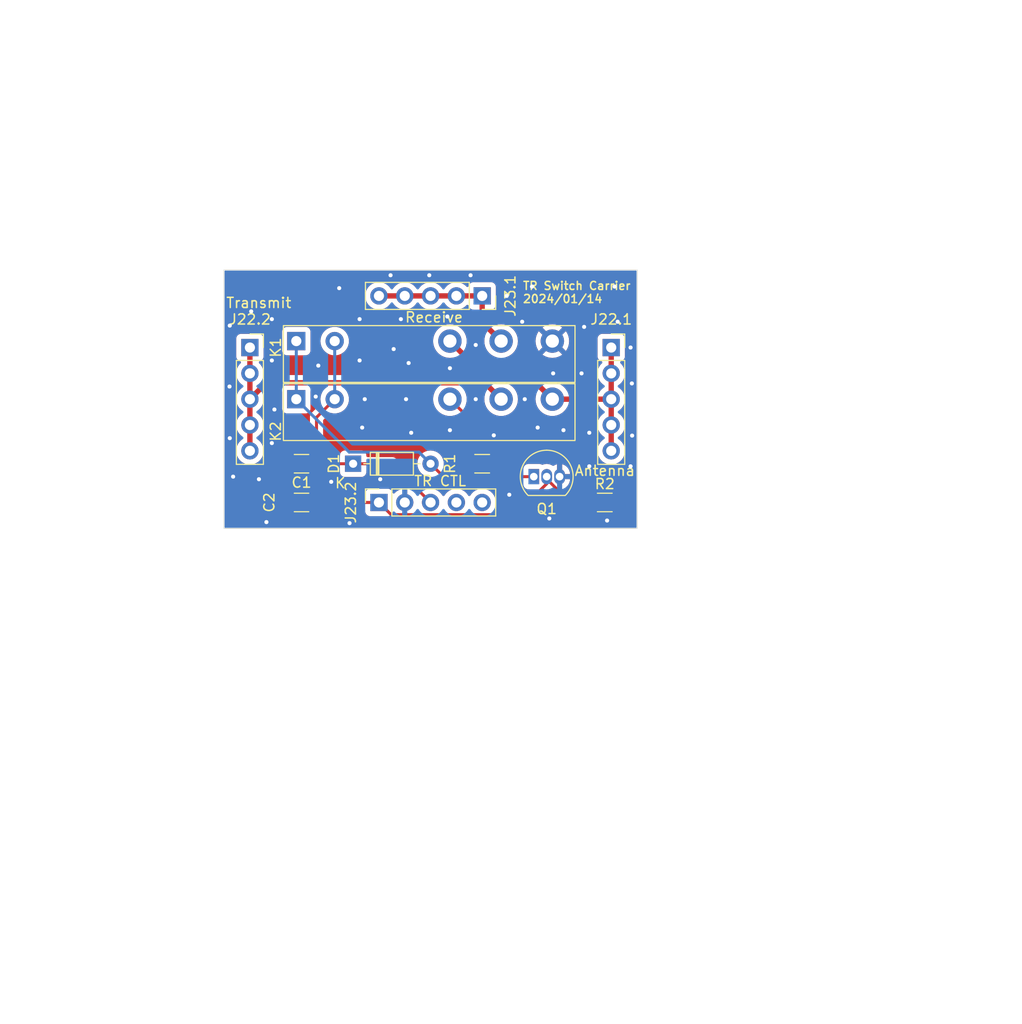
<source format=kicad_pcb>
(kicad_pcb (version 20221018) (generator pcbnew)
  (layers (0 "F.Cu" signal) (1 "In1.Cu" signal) (2 "In2.Cu" signal) (31 "B.Cu" signal) (34 "B.Paste" user) (35 "F.Paste" user) (36 "B.SilkS" user "B.Silkscreen") (37 "F.SilkS" user "F.Silkscreen") (38 "B.Mask" user) (39 "F.Mask" user) (44 "Edge.Cuts" user))
  (net 0 "")
  (net 1 "GND")
  (net 2 "Net-(D1-K)")
  (net 3 "/TX")
  (net 4 "Net-(D1-A)")
  (net 5 "/ANT")
  (net 6 "Net-(J22.2-Pin_1)")
  (net 7 "Net-(J23.1-Pin_1)")
  (net 10 "Net-(K2-Pad12)")
  (footprint "Resistor_SMD:R_1206_3216Metric" (layer "F.Cu") (at 109.22 99.06)
    (fp_text reference "R2" (at 0 -1.82) (layer "F.SilkS"))
    (fp_text value "10k")
    (fp_line (start -0.727064 -0.91) (end 0.727064 -0.91) (stroke (width 0.12)) (layer "F.SilkS"))
    (fp_line (start -0.727064 0.91) (end 0.727064 0.91) (stroke (width 0.12)) (layer "F.SilkS"))
    (pad "1" smd roundrect (at -1.4625 0) (size 1.125 1.75) (layers "F.Cu" "F.Paste" "F.Mask") (roundrect_rratio 0.2222222222) (net 3 "/TX"))
    (pad "2" smd roundrect (at 1.4625 0) (size 1.125 1.75) (layers "F.Cu" "F.Paste" "F.Mask") (roundrect_rratio 0.2222222222) (net 1 "GND"))
  )
  (footprint "Resistor_SMD:R_1206_3216Metric" (layer "F.Cu") (at 97.155 95.25)
    (fp_text reference "R1" (at -3.175 0 90) (layer "F.SilkS"))
    (fp_text value "50R")
    (fp_line (start -0.727064 -0.91) (end 0.727064 -0.91) (stroke (width 0.12)) (layer "F.SilkS"))
    (fp_line (start -0.727064 0.91) (end 0.727064 0.91) (stroke (width 0.12)) (layer "F.SilkS"))
    (pad "1" smd roundrect (at -1.4625 0) (size 1.125 1.75) (layers "F.Cu" "F.Paste" "F.Mask") (roundrect_rratio 0.2222222222) (net 10 "Net-(K2-Pad12)"))
    (pad "2" smd roundrect (at 1.4625 0) (size 1.125 1.75) (layers "F.Cu" "F.Paste" "F.Mask") (roundrect_rratio 0.2222222222) (net 1 "GND"))
  )
  (footprint "T41_Library:Relay_SPDT_HF41F12-ZS" (layer "F.Cu") (at 78.86 88.9)
    (fp_text reference "K2" (at -2.025 3.175 -90) (layer "F.SilkS"))
    (fp_text value "HF41F/12-ZS")
    (fp_rect (start 27.432 -1.524) (end -1.27 4.064) (stroke (width 0.12)) (fill none) (layer "F.SilkS"))
    (pad "11" thru_hole circle (at 20.16 0 90) (size 2.3 2.3) (drill 1.3) (layers "*.Cu" "*.Mask") (net 6 "Net-(J22.2-Pin_1)"))
    (pad "12" thru_hole circle (at 15.12 0 90) (size 2.3 2.3) (drill 1.3) (layers "*.Cu" "*.Mask") (net 10 "Net-(K2-Pad12)"))
    (pad "14" thru_hole circle (at 25.2 0 90) (size 2.3 2.3) (drill 1.3) (layers "*.Cu" "*.Mask") (net 5 "/ANT"))
    (pad "A1" thru_hole rect (at 0 0 90) (size 1.8 1.8) (drill 1) (layers "*.Cu" "*.Mask") (net 4 "Net-(D1-A)"))
    (pad "A2" thru_hole circle (at 3.78 0 90) (size 1.8 1.8) (drill 1) (layers "*.Cu" "*.Mask") (net 2 "Net-(D1-K)"))
  )
  (footprint "Capacitor_SMD:C_1206_3216Metric" (layer "F.Cu") (at 79.375 95.25 180)
    (fp_text reference "C1" (at 0 -1.85) (layer "F.SilkS"))
    (fp_text value "0.1uF 50V")
    (fp_line (start -0.711252 -0.91) (end 0.711252 -0.91) (stroke (width 0.12)) (layer "F.SilkS"))
    (fp_line (start -0.711252 0.91) (end 0.711252 0.91) (stroke (width 0.12)) (layer "F.SilkS"))
    (pad "1" smd roundrect (at -1.475 0 180) (size 1.15 1.8) (layers "F.Cu" "F.Paste" "F.Mask") (roundrect_rratio 0.2173913043) (net 2 "Net-(D1-K)"))
    (pad "2" smd roundrect (at 1.475 0 180) (size 1.15 1.8) (layers "F.Cu" "F.Paste" "F.Mask") (roundrect_rratio 0.2173913043) (net 1 "GND"))
  )
  (footprint "Connector_PinSocket_2.54mm:PinSocket_1x05_P2.54mm_Vertical" (layer "F.Cu") (at 74.295 83.82)
    (fp_text reference "J22.2" (at 0 -2.77) (layer "F.SilkS"))
    (fp_text value "TRANSMIT")
    (fp_line (start -1.33 1.27) (end -1.33 11.49) (stroke (width 0.12)) (layer "F.SilkS"))
    (fp_line (start -1.33 1.27) (end 1.33 1.27) (stroke (width 0.12)) (layer "F.SilkS"))
    (fp_line (start -1.33 11.49) (end 1.33 11.49) (stroke (width 0.12)) (layer "F.SilkS"))
    (fp_line (start 0 -1.33) (end 1.33 -1.33) (stroke (width 0.12)) (layer "F.SilkS"))
    (fp_line (start 1.33 -1.33) (end 1.33 0) (stroke (width 0.12)) (layer "F.SilkS"))
    (fp_line (start 1.33 1.27) (end 1.33 11.49) (stroke (width 0.12)) (layer "F.SilkS"))
    (pad "1" thru_hole rect (at 0 0) (size 1.7 1.7) (drill 1) (layers "*.Cu" "*.Mask") (net 6 "Net-(J22.2-Pin_1)"))
    (pad "2" thru_hole oval (at 0 2.54) (size 1.7 1.7) (drill 1) (layers "*.Cu" "*.Mask") (net 6 "Net-(J22.2-Pin_1)"))
    (pad "3" thru_hole oval (at 0 5.08) (size 1.7 1.7) (drill 1) (layers "*.Cu" "*.Mask") (net 6 "Net-(J22.2-Pin_1)"))
    (pad "4" thru_hole oval (at 0 7.62) (size 1.7 1.7) (drill 1) (layers "*.Cu" "*.Mask") (net 6 "Net-(J22.2-Pin_1)"))
    (pad "5" thru_hole oval (at 0 10.16) (size 1.7 1.7) (drill 1) (layers "*.Cu" "*.Mask") (net 6 "Net-(J22.2-Pin_1)"))
  )
  (footprint "T41_Library:Relay_SPDT_HF41F12-ZS" (layer "F.Cu") (at 78.86 83.185)
    (fp_text reference "K1" (at -2.025 0.635 90) (layer "F.SilkS"))
    (fp_text value "HF41F/12-ZS")
    (fp_rect (start 27.432 -1.524) (end -1.27 4.064) (stroke (width 0.12)) (fill none) (layer "F.SilkS"))
    (pad "11" thru_hole circle (at 20.16 0 90) (size 2.3 2.3) (drill 1.3) (layers "*.Cu" "*.Mask") (net 7 "Net-(J23.1-Pin_1)"))
    (pad "12" thru_hole circle (at 15.12 0 90) (size 2.3 2.3) (drill 1.3) (layers "*.Cu" "*.Mask") (net 5 "/ANT"))
    (pad "14" thru_hole circle (at 25.2 0 90) (size 2.3 2.3) (drill 1.3) (layers "*.Cu" "*.Mask") (net 1 "GND"))
    (pad "A1" thru_hole rect (at 0 0 90) (size 1.8 1.8) (drill 1) (layers "*.Cu" "*.Mask") (net 4 "Net-(D1-A)"))
    (pad "A2" thru_hole circle (at 3.78 0 90) (size 1.8 1.8) (drill 1) (layers "*.Cu" "*.Mask") (net 2 "Net-(D1-K)"))
  )
  (footprint "Diode_THT:D_DO-35_SOD27_P7.62mm_Horizontal" (layer "F.Cu") (at 84.455 95.25)
    (fp_text reference "D1" (at -1.905 0 90) (layer "F.SilkS"))
    (fp_text value "1N4148")
    (fp_text user "K" (at -1.27 1.905) (layer "F.SilkS"))
    (fp_line (start 1.04 0) (end 1.69 0) (stroke (width 0.12)) (layer "F.SilkS"))
    (fp_line (start 1.69 -1.12) (end 1.69 1.12) (stroke (width 0.12)) (layer "F.SilkS"))
    (fp_line (start 1.69 1.12) (end 5.93 1.12) (stroke (width 0.12)) (layer "F.SilkS"))
    (fp_line (start 2.29 -1.12) (end 2.29 1.12) (stroke (width 0.12)) (layer "F.SilkS"))
    (fp_line (start 2.41 -1.12) (end 2.41 1.12) (stroke (width 0.12)) (layer "F.SilkS"))
    (fp_line (start 2.53 -1.12) (end 2.53 1.12) (stroke (width 0.12)) (layer "F.SilkS"))
    (fp_line (start 5.93 -1.12) (end 1.69 -1.12) (stroke (width 0.12)) (layer "F.SilkS"))
    (fp_line (start 5.93 1.12) (end 5.93 -1.12) (stroke (width 0.12)) (layer "F.SilkS"))
    (fp_line (start 6.58 0) (end 5.93 0) (stroke (width 0.12)) (layer "F.SilkS"))
    (pad "1" thru_hole rect (at 0 0) (size 1.6 1.6) (drill 0.8) (layers "*.Cu" "*.Mask") (net 2 "Net-(D1-K)"))
    (pad "2" thru_hole oval (at 7.62 0) (size 1.6 1.6) (drill 0.8) (layers "*.Cu" "*.Mask") (net 4 "Net-(D1-A)"))
  )
  (footprint "Capacitor_SMD:C_1206_3216Metric" (layer "F.Cu") (at 79.375 99.06 180)
    (fp_text reference "C2" (at 3.175 0 90) (layer "F.SilkS"))
    (fp_text value "0.1uF 50V")
    (fp_line (start -0.711252 -0.91) (end 0.711252 -0.91) (stroke (width 0.12)) (layer "F.SilkS"))
    (fp_line (start -0.711252 0.91) (end 0.711252 0.91) (stroke (width 0.12)) (layer "F.SilkS"))
    (pad "1" smd roundrect (at -1.475 0 180) (size 1.15 1.8) (layers "F.Cu" "F.Paste" "F.Mask") (roundrect_rratio 0.2173913043) (net 3 "/TX"))
    (pad "2" smd roundrect (at 1.475 0 180) (size 1.15 1.8) (layers "F.Cu" "F.Paste" "F.Mask") (roundrect_rratio 0.2173913043) (net 1 "GND"))
  )
  (footprint "Package_TO_SOT_THT:TO-92_Inline" (layer "F.Cu") (at 102.235 96.52)
    (fp_text reference "Q1" (at 1.27 3.175) (layer "F.SilkS"))
    (fp_text value "BS170")
    (fp_line (start -0.53 1.85) (end 3.07 1.85) (stroke (width 0.12)) (layer "F.SilkS"))
    (fp_arc (start -0.568478 1.838478) (mid -1.132087 -0.994977) (end 1.27 -2.6) (stroke (width 0.12)) (layer "F.SilkS"))
    (fp_arc (start 1.27 -2.6) (mid 3.672087 -0.994977) (end 3.108478 1.838478) (stroke (width 0.12)) (layer "F.SilkS"))
    (pad "1" thru_hole rect (at 0 0) (size 1.05 1.5) (drill 0.75) (layers "*.Cu" "*.Mask") (net 4 "Net-(D1-A)"))
    (pad "2" thru_hole oval (at 1.27 0) (size 1.05 1.5) (drill 0.75) (layers "*.Cu" "*.Mask") (net 3 "/TX"))
    (pad "3" thru_hole oval (at 2.54 0) (size 1.05 1.5) (drill 0.75) (layers "*.Cu" "*.Mask") (net 1 "GND"))
  )
  (footprint "Connector_PinSocket_2.54mm:PinSocket_1x05_P2.54mm_Vertical" (layer "F.Cu") (at 86.995 99.06 90)
    (fp_text reference "J23.2" (at 0 -2.77 90) (layer "F.SilkS"))
    (fp_text value "TR CTL")
    (fp_line (start -1.33 1.27) (end -1.33 11.49) (stroke (width 0.12)) (layer "F.SilkS"))
    (fp_line (start -1.33 1.27) (end 1.33 1.27) (stroke (width 0.12)) (layer "F.SilkS"))
    (fp_line (start -1.33 11.49) (end 1.33 11.49) (stroke (width 0.12)) (layer "F.SilkS"))
    (fp_line (start 0 -1.33) (end 1.33 -1.33) (stroke (width 0.12)) (layer "F.SilkS"))
    (fp_line (start 1.33 -1.33) (end 1.33 0) (stroke (width 0.12)) (layer "F.SilkS"))
    (fp_line (start 1.33 1.27) (end 1.33 11.49) (stroke (width 0.12)) (layer "F.SilkS"))
    (pad "1" thru_hole rect (at 0 0 90) (size 1.7 1.7) (drill 1) (layers "*.Cu" "*.Mask") (net 3 "/TX"))
    (pad "2" thru_hole oval (at 0 2.54 90) (size 1.7 1.7) (drill 1) (layers "*.Cu" "*.Mask") (net 1 "GND"))
    (pad "3" thru_hole oval (at 0 5.08 90) (size 1.7 1.7) (drill 1) (layers "*.Cu" "*.Mask") (net 2 "Net-(D1-K)"))
    (pad "4" thru_hole oval (at 0 7.62 90) (size 1.7 1.7) (drill 1) (layers "*.Cu" "*.Mask"))
    (pad "5" thru_hole oval (at 0 10.16 90) (size 1.7 1.7) (drill 1) (layers "*.Cu" "*.Mask"))
  )
  (footprint "Connector_PinSocket_2.54mm:PinSocket_1x05_P2.54mm_Vertical" (layer "F.Cu") (at 97.155 78.74 -90)
    (fp_text reference "J23.1" (at 0 -2.77 -90) (layer "F.SilkS"))
    (fp_text value "RECEIVE")
    (fp_line (start -1.33 1.27) (end -1.33 11.49) (stroke (width 0.12)) (layer "F.SilkS"))
    (fp_line (start -1.33 1.27) (end 1.33 1.27) (stroke (width 0.12)) (layer "F.SilkS"))
    (fp_line (start -1.33 11.49) (end 1.33 11.49) (stroke (width 0.12)) (layer "F.SilkS"))
    (fp_line (start 0 -1.33) (end 1.33 -1.33) (stroke (width 0.12)) (layer "F.SilkS"))
    (fp_line (start 1.33 -1.33) (end 1.33 0) (stroke (width 0.12)) (layer "F.SilkS"))
    (fp_line (start 1.33 1.27) (end 1.33 11.49) (stroke (width 0.12)) (layer "F.SilkS"))
    (pad "1" thru_hole rect (at 0 0 270) (size 1.7 1.7) (drill 1) (layers "*.Cu" "*.Mask") (net 7 "Net-(J23.1-Pin_1)"))
    (pad "2" thru_hole oval (at 0 2.54 270) (size 1.7 1.7) (drill 1) (layers "*.Cu" "*.Mask") (net 7 "Net-(J23.1-Pin_1)"))
    (pad "3" thru_hole oval (at 0 5.08 270) (size 1.7 1.7) (drill 1) (layers "*.Cu" "*.Mask") (net 7 "Net-(J23.1-Pin_1)"))
    (pad "4" thru_hole oval (at 0 7.62 270) (size 1.7 1.7) (drill 1) (layers "*.Cu" "*.Mask") (net 7 "Net-(J23.1-Pin_1)"))
    (pad "5" thru_hole oval (at 0 10.16 270) (size 1.7 1.7) (drill 1) (layers "*.Cu" "*.Mask") (net 7 "Net-(J23.1-Pin_1)"))
  )
  (footprint "Connector_PinSocket_2.54mm:PinSocket_1x05_P2.54mm_Vertical" (layer "F.Cu") (at 109.855 83.82)
    (fp_text reference "J22.1" (at 0 -2.77 180) (layer "F.SilkS"))
    (fp_text value "ANTENNA")
    (fp_line (start -1.33 1.27) (end -1.33 11.49) (stroke (width 0.12)) (layer "F.SilkS"))
    (fp_line (start -1.33 1.27) (end 1.33 1.27) (stroke (width 0.12)) (layer "F.SilkS"))
    (fp_line (start -1.33 11.49) (end 1.33 11.49) (stroke (width 0.12)) (layer "F.SilkS"))
    (fp_line (start 0 -1.33) (end 1.33 -1.33) (stroke (width 0.12)) (layer "F.SilkS"))
    (fp_line (start 1.33 -1.33) (end 1.33 0) (stroke (width 0.12)) (layer "F.SilkS"))
    (fp_line (start 1.33 1.27) (end 1.33 11.49) (stroke (width 0.12)) (layer "F.SilkS"))
    (pad "1" thru_hole rect (at 0 0) (size 1.7 1.7) (drill 1) (layers "*.Cu" "*.Mask") (net 5 "/ANT"))
    (pad "2" thru_hole oval (at 0 2.54) (size 1.7 1.7) (drill 1) (layers "*.Cu" "*.Mask") (net 5 "/ANT"))
    (pad "3" thru_hole oval (at 0 5.08) (size 1.7 1.7) (drill 1) (layers "*.Cu" "*.Mask") (net 5 "/ANT"))
    (pad "4" thru_hole oval (at 0 7.62) (size 1.7 1.7) (drill 1) (layers "*.Cu" "*.Mask") (net 5 "/ANT"))
    (pad "5" thru_hole oval (at 0 10.16) (size 1.7 1.7) (drill 1) (layers "*.Cu" "*.Mask") (net 5 "/ANT"))
  )
  (gr_rect (start 71.755 76.2) (end 112.395 101.6) (stroke (width 0.1)) (fill none) (layer "Edge.Cuts"))
  (gr_text "Transmit" (at 71.882 80.01) (layer "F.SilkS") (effects (font (size 1 1)) (justify left bottom)))
  (gr_text "Receive" (at 89.4842 81.4324) (layer "F.SilkS") (effects (font (size 1 1)) (justify left bottom)))
  (gr_text "Antenna" (at 106.172 96.52) (layer "F.SilkS") (effects (font (size 1 1)) (justify left bottom)))
  (gr_text "TR CTL" (at 90.3732 97.536) (layer "F.SilkS") (effects (font (size 1 1)) (justify left bottom)))
  (gr_text "TR Switch Carrier\n2024/01/14" (at 101.092 79.502) (layer "F.SilkS") (effects (font (size 0.8 0.8)) (justify left bottom)))
  (via (at 102.616 91.694) (size 0.8) (drill 0.4) (layers "F.Cu" "B.Cu") (net 1))
  (via (at 76.454 81.026) (size 0.8) (drill 0.4) (layers "F.Cu" "B.Cu") (net 1))
  (via (at 107.696 92.202) (size 0.8) (drill 0.4) (layers "F.Cu" "B.Cu") (net 1))
  (via (at 110.49 81.28) (size 0.8) (drill 0.4) (layers "F.Cu" "B.Cu") (net 1))
  (via (at 84.0994 101.092) (size 0.8) (drill 0.4) (layers "F.Cu" "B.Cu") (net 1))
  (via (at 82.296 97.028) (size 0.8) (drill 0.4) (layers "F.Cu" "B.Cu") (net 1))
  (via (at 107.188 81.788) (size 0.8) (drill 0.4) (layers "F.Cu" "B.Cu") (net 1))
  (via (at 96.52 83.566) (size 0.8) (drill 0.4) (layers "F.Cu" "B.Cu") (net 1))
  (via (at 99.822 98.298) (size 0.8) (drill 0.4) (layers "F.Cu" "B.Cu") (net 1))
  (via (at 74.422 80.264) (size 0.8) (drill 0.4) (layers "F.Cu" "B.Cu") (net 1))
  (via (at 88.138 76.708) (size 0.8) (drill 0.4) (layers "F.Cu" "B.Cu") (net 1))
  (via (at 87.122 96.774) (size 0.8) (drill 0.4) (layers "F.Cu" "B.Cu") (net 1))
  (via (at 101.092 81.28) (size 0.8) (drill 0.4) (layers "F.Cu" "B.Cu") (net 1))
  (via (at 107.696 95.504) (size 0.8) (drill 0.4) (layers "F.Cu" "B.Cu") (net 1))
  (via (at 96.52 88.9) (size 0.8) (drill 0.4) (layers "F.Cu" "B.Cu") (net 1))
  (via (at 85.09 85.09) (size 0.8) (drill 0.4) (layers "F.Cu" "B.Cu") (net 1))
  (via (at 80.772 88.646) (size 0.8) (drill 0.4) (layers "F.Cu" "B.Cu") (net 1))
  (via (at 81.026 85.598) (size 0.8) (drill 0.4) (layers "F.Cu" "B.Cu") (net 1))
  (via (at 91.948 76.708) (size 0.8) (drill 0.4) (layers "F.Cu" "B.Cu") (net 1))
  (via (at 83.0834 77.978) (size 0.8) (drill 0.4) (layers "F.Cu" "B.Cu") (net 1))
  (via (at 85.09 81.026) (size 0.8) (drill 0.4) (layers "F.Cu" "B.Cu") (net 1))
  (via (at 76.454 93.218) (size 0.8) (drill 0.4) (layers "F.Cu" "B.Cu") (net 1))
  (via (at 72.2884 87.6554) (size 0.8) (drill 0.4) (layers "F.Cu" "B.Cu") (net 1))
  (via (at 110.1852 77.8256) (size 0.8) (drill 0.4) (layers "F.Cu" "B.Cu") (net 1))
  (via (at 99.568 78.74) (size 0.8) (drill 0.4) (layers "F.Cu" "B.Cu") (net 1))
  (via (at 89.916 85.344) (size 0.8) (drill 0.4) (layers "F.Cu" "B.Cu") (net 1))
  (via (at 88.4428 83.9724) (size 0.8) (drill 0.4) (layers "F.Cu" "B.Cu") (net 1))
  (via (at 89.662 88.9) (size 0.8) (drill 0.4) (layers "F.Cu" "B.Cu") (net 1))
  (via (at 111.76 95.504) (size 0.8) (drill 0.4) (layers "F.Cu" "B.Cu") (net 1))
  (via (at 111.887 87.3506) (size 0.8) (drill 0.4) (layers "F.Cu" "B.Cu") (net 1))
  (via (at 93.98 85.852) (size 0.8) (drill 0.4) (layers "F.Cu" "B.Cu") (net 1))
  (via (at 111.9124 92.4814) (size 0.8) (drill 0.4) (layers "F.Cu" "B.Cu") (net 1))
  (via (at 103.759 100.6348) (size 0.8) (drill 0.4) (layers "F.Cu" "B.Cu") (net 1))
  (via (at 109.4486 100.838) (size 0.8) (drill 0.4) (layers "F.Cu" "B.Cu") (net 1))
  (via (at 104.14 86.36) (size 0.8) (drill 0.4) (layers "F.Cu" "B.Cu") (net 1))
  (via (at 93.726 80.772) (size 0.8) (drill 0.4) (layers "F.Cu" "B.Cu") (net 1))
  (via (at 101.346 88.9) (size 0.8) (drill 0.4) (layers "F.Cu" "B.Cu") (net 1))
  (via (at 102.0572 77.8256) (size 0.8) (drill 0.4) (layers "F.Cu" "B.Cu") (net 1))
  (via (at 111.76 83.82) (size 0.8) (drill 0.4) (layers "F.Cu" "B.Cu") (net 1))
  (via (at 98.298 92.456) (size 0.8) (drill 0.4) (layers "F.Cu" "B.Cu") (net 1))
  (via (at 85.344 91.694) (size 0.8) (drill 0.4) (layers "F.Cu" "B.Cu") (net 1))
  (via (at 72.3138 92.7354) (size 0.8) (drill 0.4) (layers "F.Cu" "B.Cu") (net 1))
  (via (at 106.934 86.36) (size 0.8) (drill 0.4) (layers "F.Cu" "B.Cu") (net 1))
  (via (at 75.184 96.774) (size 0.8) (drill 0.4) (layers "F.Cu" "B.Cu") (net 1))
  (via (at 72.3138 81.661) (size 0.8) (drill 0.4) (layers "F.Cu" "B.Cu") (net 1))
  (via (at 89.154 81.026) (size 0.8) (drill 0.4) (layers "F.Cu" "B.Cu") (net 1))
  (via (at 105.156 91.948) (size 0.8) (drill 0.4) (layers "F.Cu" "B.Cu") (net 1))
  (via (at 72.644 96.52) (size 0.8) (drill 0.4) (layers "F.Cu" "B.Cu") (net 1))
  (via (at 93.98 91.948) (size 0.8) (drill 0.4) (layers "F.Cu" "B.Cu") (net 1))
  (via (at 96.012 76.708) (size 0.8) (drill 0.4) (layers "F.Cu" "B.Cu") (net 1))
  (via (at 75.9206 100.9904) (size 0.8) (drill 0.4) (layers "F.Cu" "B.Cu") (net 1))
  (via (at 76.454 85.09) (size 0.8) (drill 0.4) (layers "F.Cu" "B.Cu") (net 1))
  (via (at 85.598 88.9) (size 0.8) (drill 0.4) (layers "F.Cu" "B.Cu") (net 1))
  (via (at 90.17 92.202) (size 0.8) (drill 0.4) (layers "F.Cu" "B.Cu") (net 1))
  (via (at 76.708 89.916) (size 0.8) (drill 0.4) (layers "F.Cu" "B.Cu") (net 1))
  (segment (start 80.85 90.69) (end 82.64 88.9) (width 0.293) (layer "F.Cu") (net 2))
  (segment (start 88.265 95.25) (end 84.455 95.25) (width 0.293) (layer "F.Cu") (net 2))
  (segment (start 92.075 99.06) (end 88.265 95.25) (width 0.293) (layer "F.Cu") (net 2))
  (segment (start 80.85 95.25) (end 80.85 90.69) (width 0.293) (layer "F.Cu") (net 2))
  (segment (start 80.85 95.25) (end 84.455 95.25) (width 0.293) (layer "F.Cu") (net 2))
  (segment (start 82.64 83.185) (end 82.64 88.9) (width 0.293) (layer "B.Cu") (net 2))
  (segment (start 107.7575 99.06) (end 105.82 99.06) (width 0.293) (layer "F.Cu") (net 3))
  (segment (start 103.505 96.745) (end 103.505 96.52) (width 0.293) (layer "F.Cu") (net 3))
  (segment (start 100.4665 100.2565) (end 103.505 97.218) (width 0.293) (layer "F.Cu") (net 3))
  (segment (start 103.505 97.218) (end 103.505 96.52) (width 0.293) (layer "F.Cu") (net 3))
  (segment (start 80.85 99.06) (end 86.995 99.06) (width 0.293) (layer "F.Cu") (net 3))
  (segment (start 88.1915 100.2565) (end 100.4665 100.2565) (width 0.293) (layer "F.Cu") (net 3))
  (segment (start 105.82 99.06) (end 103.505 96.745) (width 0.293) (layer "F.Cu") (net 3))
  (segment (start 86.995 99.06) (end 88.1915 100.2565) (width 0.293) (layer "F.Cu") (net 3))
  (segment (start 92.075 95.25) (end 93.345 96.52) (width 0.293) (layer "F.Cu") (net 4))
  (segment (start 93.345 96.52) (end 102.235 96.52) (width 0.293) (layer "F.Cu") (net 4))
  (segment (start 84.0635 94.1035) (end 78.86 88.9) (width 0.293) (layer "B.Cu") (net 4))
  (segment (start 92.075 95.25) (end 90.9285 94.1035) (width 0.293) (layer "B.Cu") (net 4))
  (segment (start 90.9285 94.1035) (end 84.0635 94.1035) (width 0.293) (layer "B.Cu") (net 4))
  (segment (start 78.86 88.9) (end 78.86 83.185) (width 0.293) (layer "B.Cu") (net 4))
  (segment (start 96.5708 85.7758) (end 93.98 83.185) (width 0.525) (layer "F.Cu") (net 5))
  (segment (start 104.06 88.9) (end 100.9358 85.7758) (width 0.525) (layer "F.Cu") (net 5))
  (segment (start 109.855 83.82) (end 109.855 86.36) (width 0.525) (layer "F.Cu") (net 5))
  (segment (start 109.855 86.36) (end 109.855 88.9) (width 0.525) (layer "F.Cu") (net 5))
  (segment (start 104.06 88.9) (end 109.855 88.9) (width 0.525) (layer "F.Cu") (net 5))
  (segment (start 109.855 88.9) (end 109.855 91.44) (width 0.525) (layer "F.Cu") (net 5))
  (segment (start 100.9358 85.7758) (end 96.5708 85.7758) (width 0.525) (layer "F.Cu") (net 5))
  (segment (start 109.855 91.44) (end 109.855 93.98) (width 0.525) (layer "F.Cu") (net 5))
  (segment (start 74.295 88.9) (end 74.295 91.44) (width 0.525) (layer "F.Cu") (net 6))
  (segment (start 97.4075 87.2875) (end 99.02 88.9) (width 0.525) (layer "F.Cu") (net 6))
  (segment (start 75.9075 87.2875) (end 97.4075 87.2875) (width 0.525) (layer "F.Cu") (net 6))
  (segment (start 74.295 88.9) (end 75.9075 87.2875) (width 0.525) (layer "F.Cu") (net 6))
  (segment (start 74.295 91.44) (end 74.295 93.98) (width 0.525) (layer "F.Cu") (net 6))
  (segment (start 74.295 86.36) (end 74.295 88.9) (width 0.525) (layer "F.Cu") (net 6))
  (segment (start 74.295 83.82) (end 74.295 86.36) (width 0.525) (layer "F.Cu") (net 6))
  (segment (start 94.615 78.74) (end 97.155 78.74) (width 0.525) (layer "F.Cu") (net 7))
  (segment (start 97.155 81.32) (end 99.02 83.185) (width 0.525) (layer "F.Cu") (net 7))
  (segment (start 89.535 78.74) (end 92.075 78.74) (width 0.525) (layer "F.Cu") (net 7))
  (segment (start 86.995 78.74) (end 89.535 78.74) (width 0.525) (layer "F.Cu") (net 7))
  (segment (start 92.075 78.74) (end 94.615 78.74) (width 0.525) (layer "F.Cu") (net 7))
  (segment (start 97.155 78.74) (end 97.155 81.32) (width 0.525) (layer "F.Cu") (net 7))
  (segment (start 95.6925 95.25) (end 95.6925 90.6125) (width 0.293) (layer "F.Cu") (net 10))
  (segment (start 95.6925 90.6125) (end 93.98 88.9) (width 0.293) (layer "F.Cu") (net 10))
  (zone (net 1) (net_name "GND") (layers "F&B.Cu") (connect_pads (clearance 0.5)) (min_thickness 0.25) (fill yes (thermal_gap 0.5) (thermal_bridge_width 0.5))
    (polygon (pts (xy 71.755 76.2) (xy 112.395 76.2) (xy 112.395 101.6) (xy 71.755 101.6)))
  )
)
</source>
